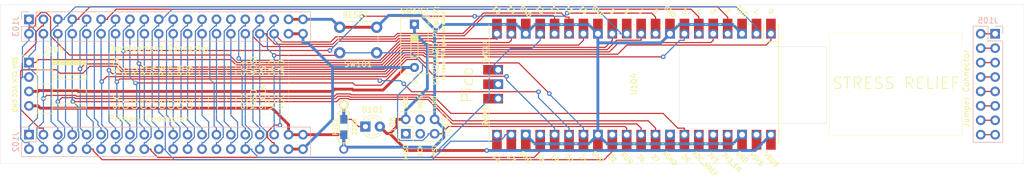
<source format=kicad_pcb>
(kicad_pcb (version 20221018) (generator pcbnew)
  (layers (0 "F.Cu" signal) (31 "B.Cu" signal) (34 "B.Paste" user) (35 "F.Paste" user) (36 "B.SilkS" user "B.Silkscreen") (37 "F.SilkS" user "F.Silkscreen") (38 "B.Mask" user) (39 "F.Mask" user) (44 "Edge.Cuts" user))
  (net 0 "")
  (net 1 "VCC")
  (net 2 "GND")
  (net 3 "Net-(D101-K)")
  (net 4 "VCC_RAW")
  (net 5 "SDA")
  (net 6 "SCL")
  (net 7 "SW_ROW1")
  (net 8 "SW_COL1")
  (net 9 "SW_ROW2")
  (net 10 "SW_COL2")
  (net 11 "SW_COL3")
  (net 12 "SW_COL4")
  (net 13 "SW_ROW5")
  (net 14 "SW_COL5")
  (net 15 "SW_ROW6")
  (net 16 "SW_COL6")
  (net 17 "SW_ROW7")
  (net 18 "SW_COL7")
  (net 19 "SW_ROW8")
  (net 20 "SW_COL8")
  (net 21 "SW_ROW9")
  (net 22 "SW_COL9")
  (net 23 "/DP21")
  (net 24 "/DP22")
  (net 25 "/DP23")
  (net 26 "/DP24")
  (net 27 "/DP25")
  (net 28 "/DP26")
  (net 29 "/DP27")
  (net 30 "/DP28")
  (net 31 "/DP29")
  (net 32 "/DP30")
  (net 33 "SPI_CS1")
  (net 34 "SPI_CS2")
  (net 35 "SPI_MOSI")
  (net 36 "SPI_MISO")
  (net 37 "RST")
  (net 38 "SPI_CLK")
  (net 39 "Net-(J105-Pin_1)")
  (net 40 "Net-(J105-Pin_3)")
  (net 41 "Net-(J105-Pin_5)")
  (net 42 "Net-(J105-Pin_7)")
  (net 43 "Net-(J105-Pin_10)")
  (net 44 "Net-(J105-Pin_11)")
  (net 45 "Net-(J105-Pin_13)")
  (net 46 "Net-(J105-Pin_15)")
  (net 47 "SW_ROW3")
  (net 48 "SW_ROW4")
  (net 58 "/MISO")
  (net 59 "/SCLK")
  (net 60 "/MOSI")
  (footprint "MountingHole:MountingHole_2.7mm" (layer "F.Cu") (at 184.15 201.316)
    (fp_text reference "H104" hide)
    (fp_text value "Stress Relief" hide)
  )
  (footprint "MountingHole:MountingHole_2.7mm" (layer "F.Cu") (at 175.514 201.316)
    (fp_text reference "H102" hide)
    (fp_text value "Stress Relief" hide)
  )
  (footprint "MountingHole:MountingHole_2.7mm" (layer "F.Cu") (at 175.514 189.336)
    (fp_text reference "H101" hide)
    (fp_text value "Stress Relief" hide)
  )
  (footprint "Button_Switch_THT:SW_PUSH_6mm" (layer "F.Cu") (at 92.733 189.793 180)
    (fp_text reference "SW101")
    (fp_text value "RESET")
  )
  (footprint "keebio:Resistor-Hybrid" (layer "F.Cu") (at 86.943 202.863 -90)
    (fp_text reference "R101")
    (fp_text value "220R")
  )
  (footprint "MountingHole:MountingHole_2.7mm" (layer "F.Cu") (at 192.786 189.336)
    (fp_text reference "H105" hide)
    (fp_text value "Stress Relief" hide)
  )
  (footprint "Button_Switch_THT:SW_DIP_SPSTx01_Slide_9.78x4.72mm_W7.62mm_P2.54mm" (layer "F.Cu") (at 99.389 184.749 -90)
    (fp_text reference "SW102")
    (fp_text value "SW_DIP_x01")
  )
  (footprint "LED_THT:LED_D3.0mm" (layer "F.Cu") (at 90.753 202.783)
    (fp_text reference "D101")
    (fp_text value "LED")
  )
  (footprint "MountingHole:MountingHole_2.7mm" (layer "F.Cu") (at 192.786 201.316)
    (fp_text reference "H106" hide)
    (fp_text value "Stress Relief" hide)
  )
  (footprint "MountingHole:MountingHole_2.7mm" (layer "F.Cu") (at 184.15 189.336)
    (fp_text reference "H103" hide)
    (fp_text value "Stress Relief" hide)
  )
  (footprint "Connector_PinHeader_2.54mm:PinHeader_2x03_P2.54mm_Vertical" (layer "F.Cu") (at 97.865 204.053 90)
    (fp_text reference "J106")
    (fp_text value "ICSP")
  )
  (footprint "Connector_PinHeader_2.54mm:PinHeader_1x04_P2.54mm_Horizontal" (layer "F.Cu") (at 31.496 191.516)
    (fp_text reference "J104")
    (fp_text value "I2C DISPLAY")
  )
  (footprint "pico:RPi_Pico_SMD_TH" (layer "F.Cu") (at 138.049 195.326 -90)
    (fp_text reference "U104")
    (fp_text value "Pico")
  )
  (footprint "Connector_PinHeader_2.54mm:PinHeader_2x20_P2.54mm_Vertical" (layer "B.Cu") (at 31.496 183.896 -90)
    (fp_text reference "J103")
    (fp_text value "Development Connector")
  )
  (footprint "Connector_PinHeader_2.54mm:PinHeader_2x08_P2.54mm_Vertical" (layer "B.Cu") (at 201.676 186.436 180)
    (fp_text reference "J105")
    (fp_text value "Jumper Connector")
  )
  (footprint "Connector_PinHeader_2.54mm:PinHeader_2x20_P2.54mm_Vertical" (layer "B.Cu") (at 31.496 204.216 -90)
    (fp_text reference "J102")
    (fp_text value "Primary Connector")
  )
  (gr_rect locked (start 172.466 186.309) (end 195.834 204.343) (stroke (width 0.05)) (fill none) (layer "F.SilkS"))
  (gr_line (start 26.416 209.296) (end 26.416 181.356) (stroke (width 0.05)) (layer "Edge.Cuts"))
  (gr_line (start 26.416 181.356) (end 28.956 181.356) (stroke (width 0.05)) (layer "Edge.Cuts"))
  (gr_line (start 206.756 181.356) (end 206.756 209.296) (stroke (width 0.05)) (layer "Edge.Cuts"))
  (gr_line (start 28.956 181.356) (end 206.756 181.356) (stroke (width 0.05)) (layer "Edge.Cuts"))
  (gr_rect (start 146.05 188.722) (end 171.958 202.184) (stroke (width 0.05)) (fill none) (layer "Edge.Cuts"))
  (gr_line (start 206.756 209.296) (end 26.416 209.296) (stroke (width 0.05)) (layer "Edge.Cuts"))
  (gr_rect (start 165.1 201.168) (end 165.1 201.168) (stroke (width 0.05)) (fill none) (layer "Edge.Cuts"))
  (gr_text locked "STRESS RELIEF" (at 172.886904 196.342) (layer "F.SilkS") (effects (font (size 2 2)) (justify left bottom)))
  (gr_text_box "*SDA\nR1\nR2\nR3\nR4\nR6\nR7\nR8\nR9\n--\n--\n--\n--\n--\nSC1\nMOSI\nRST\nGND\nGND" (start 45.593 194.818) (end 77.216 189.738) (angle 90) (layer "F.SilkS") (effects (font (size 1 1)) (justify left top)) (stroke (width 0.05)))
  (gr_text_box "SLC\nC1\nC2\nC3\nC4\nC6\nC7\nC8\nC9\n--\n--\n--\n--\n--\nSC2\nMISO\nS_CLK\nVCC\nVCC" (start 45.593 200.66) (end 77.216 194.818) (angle 90) (layer "F.SilkS") (effects (font (size 1 1)) (justify left top)) (stroke (width 0.05)))
  (segment (start 79.756 206.756) (end 77.216 206.756) (width 0.5) (layer "F.Cu") (net 1))
  (segment (start 31.496 196.596) (end 33.0961 196.596) (width 0.5) (layer "F.Cu") (net 1))
  (segment (start 88.4283 196.1944) (end 88.5878 196.3539) (width 0.5) (layer "F.Cu") (net 1))
  (segment (start 40.1945 196.5945) (end 84.9592 196.5945) (width 0.5) (layer "F.Cu") (net 1))
  (segment (start 93.854 196.3539) (end 97.8389 192.369) (width 0.5) (layer "F.Cu") (net 1))
  (segment (start 85.3593 196.1944) (end 88.4283 196.1944) (width 0.5) (layer "F.Cu") (net 1))
  (segment (start 88.5878 196.3539) (end 93.854 196.3539) (width 0.5) (layer "F.Cu") (net 1))
  (segment (start 33.0961 196.596) (end 33.2483 196.4438) (width 0.5) (layer "F.Cu") (net 1))
  (segment (start 99.389 192.369) (end 97.8389 192.369) (width 0.5) (layer "F.Cu") (net 1))
  (segment (start 40.0438 196.4438) (end 40.1945 196.5945) (width 0.5) (layer "F.Cu") (net 1))
  (segment (start 33.2483 196.4438) (end 40.0438 196.4438) (width 0.5) (layer "F.Cu") (net 1))
  (segment (start 84.9592 196.5945) (end 85.3593 196.1944) (width 0.5) (layer "F.Cu") (net 1))
  (segment (start 79.756 186.436) (end 77.216 186.436) (width 0.5) (layer "F.Cu") (net 1))
  (segment (start 79.756 206.756) (end 84.968 201.544) (width 0.5) (layer "B.Cu") (net 1))
  (segment (start 79.756 186.436) (end 79.756 188.0361) (width 0.5) (layer "B.Cu") (net 1))
  (segment (start 84.968 192.369) (end 80.6351 188.0361) (width 0.5) (layer "B.Cu") (net 1))
  (segment (start 84.968 192.369) (end 99.389 192.369) (width 0.5) (layer "B.Cu") (net 1))
  (segment (start 84.968 201.544) (end 84.968 192.369) (width 0.5) (layer "B.Cu") (net 1))
  (segment (start 80.6351 188.0361) (end 79.756 188.0361) (width 0.5) (layer "B.Cu") (net 1))
  (segment (start 74.3223 199.5442) (end 33.5043 199.5442) (width 0.5) (layer "F.Cu") (net 2))
  (segment (start 33.5043 199.5442) (end 33.0961 199.136) (width 0.5) (layer "F.Cu") (net 2))
  (segment (start 31.496 199.136) (end 33.0961 199.136) (width 0.5) (layer "F.Cu") (net 2))
  (segment (start 79.756 204.216) (end 81.3561 204.216) (width 0.5) (layer "F.Cu") (net 2))
  (segment (start 77.216 202.6159) (end 77.216 202.4379) (width 0.5) (layer "F.Cu") (net 2))
  (segment (start 86.233 185.293) (end 92.733 185.293) (width 0.5) (layer "F.Cu") (net 2))
  (segment (start 81.3561 204.216) (end 81.3591 204.213) (width 0.5) (layer "F.Cu") (net 2))
  (segment (start 77.216 204.216) (end 79.756 204.216) (width 0.5) (layer "F.Cu") (net 2))
  (segment (start 77.216 202.4379) (end 74.3223 199.5442) (width 0.5) (layer "F.Cu") (net 2))
  (segment (start 86.943 205.363) (end 86.943 204.213) (width 0.5) (layer "F.Cu") (net 2))
  (segment (start 77.216 204.216) (end 77.216 202.6159) (width 0.5) (layer "F.Cu") (net 2))
  (segment (start 81.3591 204.213) (end 86.943 204.213) (width 0.5) (layer "F.Cu") (net 2))
  (segment (start 86.943 206.763) (end 86.943 205.363) (width 0.5) (layer "F.Cu") (net 2))
  (segment (start 79.756 183.896) (end 77.216 183.896) (width 0.5) (layer "F.Cu") (net 2))
  (segment (start 79.756 183.896) (end 84.836 183.896) (width 0.5) (layer "B.Cu") (net 2))
  (segment (start 120.6059 205.8229) (end 118.999 204.216) (width 0.5) (layer "B.Cu") (net 2))
  (segment (start 86.943 206.413) (end 102.8765 206.413) (width 0.5) (layer "B.Cu") (net 2))
  (segment (start 130.0921 205.8229) (end 120.6059 205.8229) (width 0.5) (layer "B.Cu") (net 2))
  (segment (start 131.699 188.0361) (end 131.699 202.6159) (width 0.5) (layer "B.Cu") (net 2))
  (segment (start 104.5678 204.7217) (end 104.5678 203.1358) (width 0.5) (layer "B.Cu") (net 2))
  (segment (start 131.699 186.436) (end 131.699 188.0361) (width 0.5) (layer "B.Cu") (net 2))
  (segment (start 120.6093 184.8257) (end 130.0887 184.8257) (width 0.5) (layer "B.Cu") (net 2))
  (segment (start 155.4819 184.8189) (end 157.099 186.436) (width 0.5) (layer "B.Cu") (net 2))
  (segment (start 86.943 205.363) (end 86.943 204.213) (width 0.5) (layer "B.Cu") (net 2))
  (segment (start 86.943 206.063) (end 86.943 206.413) (width 0.5) (layer "B.Cu") (net 2))
  (segment (start 102.945 186.2076) (end 102.945 199.9129) (width 0.5) (layer "B.Cu") (net 2))
  (segment (start 84.836 183.896) (end 86.233 185.293) (width 0.5) (layer "B.Cu") (net 2))
  (segment (start 131.699 188.0361) (end 142.7989 188.0361) (width 0.5) (layer "B.Cu") (net 2))
  (segment (start 86.943 206.063) (end 86.943 205.363) (width 0.5) (layer "B.Cu") (net 2))
  (segment (start 104.3548 184.7978) (end 103.2287 185.9239) (width 0.5) (layer "B.Cu") (net 2))
  (segment (start 146.0161 184.8189) (end 155.4819 184.8189) (width 0.5) (layer "B.Cu") (net 2))
  (segment (start 130.0887 184.8257) (end 131.699 186.436) (width 0.5) (layer "B.Cu") (net 2))
  (segment (start 157.099 204.216) (end 155.4921 205.8229) (width 0.5) (layer "B.Cu") (net 2))
  (segment (start 86.943 206.413) (end 86.943 206.763) (width 0.5) (layer "B.Cu") (net 2))
  (segment (start 102.945 201.513) (end 102.945 199.9129) (width 0.5) (layer "B.Cu") (net 2))
  (segment (start 144.399 186.436) (end 146.0161 184.8189) (width 0.5) (layer "B.Cu") (net 2))
  (segment (start 117.3608 184.7978) (end 104.3548 184.7978) (width 0.5) (layer "B.Cu") (net 2))
  (segment (start 100.5036 183.1988) (end 94.8272 183.1988) (width 0.5) (layer "B.Cu") (net 2))
  (segment (start 142.7989 188.0361) (end 144.399 186.436) (width 0.5) (layer "B.Cu") (net 2))
  (segment (start 104.5678 203.1358) (end 102.945 201.513) (width 0.5) (layer "B.Cu") (net 2))
  (segment (start 131.699 204.216) (end 130.0921 205.8229) (width 0.5) (layer "B.Cu") (net 2))
  (segment (start 103.2287 185.9239) (end 102.945 186.2076) (width 0.5) (layer "B.Cu") (net 2))
  (segment (start 118.999 186.436) (end 117.3608 184.7978) (width 0.5) (layer "B.Cu") (net 2))
  (segment (start 102.8765 206.413) (end 104.5678 204.7217) (width 0.5) (layer "B.Cu") (net 2))
  (segment (start 155.4921 205.8229) (end 133.3059 205.8229) (width 0.5) (layer "B.Cu") (net 2))
  (segment (start 118.999 186.436) (end 120.6093 184.8257) (width 0.5) (layer "B.Cu") (net 2))
  (segment (start 103.2287 185.9239) (end 100.5036 183.1988) (width 0.5) (layer "B.Cu") (net 2))
  (segment (start 94.8272 183.1988) (end 92.733 185.293) (width 0.5) (layer "B.Cu") (net 2))
  (segment (start 133.3059 205.8229) (end 131.699 204.216) (width 0.5) (layer "B.Cu") (net 2))
  (segment (start 131.699 204.216) (end 131.699 202.6159) (width 0.5) (layer "B.Cu") (net 2))
  (segment (start 86.943 200.938) (end 86.943 201.513) (width 0.2) (layer "F.Cu") (net 3))
  (segment (start 88.2829 201.513) (end 89.5529 202.783) (width 0.2) (layer "F.Cu") (net 3))
  (segment (start 86.943 201.513) (end 88.2829 201.513) (width 0.2) (layer "F.Cu") (net 3))
  (segment (start 86.943 200.363) (end 86.943 198.963) (width 0.2) (layer "F.Cu") (net 3))
  (segment (start 90.753 202.783) (end 89.5529 202.783) (width 0.2) (layer "F.Cu") (net 3))
  (segment (start 86.943 200.938) (end 86.943 200.363) (width 0.2) (layer "F.Cu") (net 3))
  (segment (start 86.943 200.363) (end 86.943 201.513) (width 0.2) (layer "B.Cu") (net 3))
  (segment (start 86.943 200.363) (end 86.943 198.963) (width 0.2) (layer "B.Cu") (net 3))
  (segment (start 95.0573 204.0271) (end 96.2649 202.8195) (width 0.5) (layer "F.Cu") (net 4))
  (segment (start 96.2649 202.8195) (end 96.2649 201.513) (width 0.5) (layer "F.Cu") (net 4))
  (segment (start 94.5371 204.0271) (end 95.0573 204.0271) (width 0.5) (layer "F.Cu") (net 4))
  (segment (start 93.293 202.783) (end 94.5371 204.0271) (width 0.5) (layer "F.Cu") (net 4))
  (segment (start 95.0573 204.0271) (end 98.0295 206.9993) (width 0.5) (layer "F.Cu") (net 4))
  (segment (start 97.865 201.513) (end 96.2649 201.513) (width 0.5) (layer "F.Cu") (net 4))
  (segment (start 98.0295 206.9993) (end 112.1164 206.9993) (width 0.5) (layer "F.Cu") (net 4))
  (via (at 112.1164 206.9993) (size 0.8) (drill 0.4) (layers "F.Cu" "B.Cu") (net 4))
  (segment (start 159.3957 206.9993) (end 112.1164 206.9993) (width 0.5) (layer "B.Cu") (net 4))
  (segment (start 162.179 204.216) (end 159.3957 206.9993) (width 0.5) (layer "B.Cu") (net 4))
  (segment (start 97.865 201.513) (end 97.865 199.9129) (width 0.5) (layer "B.Cu") (net 4))
  (segment (start 101.6738 196.1041) (end 101.6738 188.5839) (width 0.5) (layer "B.Cu") (net 4))
  (segment (start 99.389 184.749) (end 99.389 186.2991) (width 0.5) (layer "B.Cu") (net 4))
  (segment (start 97.865 199.9129) (end 101.6738 196.1041) (width 0.5) (layer "B.Cu") (net 4))
  (segment (start 101.6738 188.5839) (end 99.389 186.2991) (width 0.5) (layer "B.Cu") (net 4))
  (segment (start 134.239 186.436) (end 134.239 187.5861) (width 0.2) (layer "F.Cu") (net 5))
  (segment (start 32.6461 191.516) (end 33.175 190.9871) (width 0.2) (layer "F.Cu") (net 5))
  (segment (start 97.0443 188.5665) (end 101.5657 188.5665) (width 0.2) (layer "F.Cu") (net 5))
  (segment (start 67.955 191.916) (end 93.6948 191.916) (width 0.2) (layer "F.Cu") (net 5))
  (segment (start 33.175 190.9871) (end 67.0261 190.9871) (width 0.2) (layer "F.Cu") (net 5))
  (segment (start 31.496 191.516) (end 32.6461 191.516) (width 0.2) (layer "F.Cu") (net 5))
  (segment (start 132.9847 188.8404) (end 134.239 187.5861) (width 0.2) (layer "F.Cu") (net 5))
  (segment (start 93.6948 191.916) (end 97.0443 188.5665) (width 0.2) (layer "F.Cu") (net 5))
  (segment (start 101.8396 188.8404) (end 132.9847 188.8404) (width 0.2) (layer "F.Cu") (net 5))
  (segment (start 67.0261 190.9871) (end 67.955 191.916) (width 0.2) (layer "F.Cu") (net 5))
  (segment (start 101.5657 188.5665) (end 101.8396 188.8404) (width 0.2) (layer "F.Cu") (net 5))
  (segment (start 32.9851 193.8677) (end 31.7835 192.6661) (width 0.2) (layer "B.Cu") (net 5))
  (segment (start 31.496 204.216) (end 31.496 202.7687) (width 0.2) (layer "B.Cu") (net 5))
  (segment (start 31.496 202.7687) (end 32.9851 201.2796) (width 0.2) (layer "B.Cu") (net 5))
  (segment (start 31.496 191.516) (end 31.496 192.6661) (width 0.2) (layer "B.Cu") (net 5))
  (segment (start 32.6461 189.2158) (end 31.496 190.3659) (width 0.2) (layer "B.Cu") (net 5))
  (segment (start 31.7835 185.0461) (end 32.6461 185.9087) (width 0.2) (layer "B.Cu") (net 5))
  (segment (start 31.496 191.516) (end 31.496 190.3659) (width 0.2) (layer "B.Cu") (net 5))
  (segment (start 32.9851 201.2796) (end 32.9851 193.8677) (width 0.2) (layer "B.Cu") (net 5))
  (segment (start 32.6461 185.9087) (end 32.6461 189.2158) (width 0.2) (layer "B.Cu") (net 5))
  (segment (start 31.7835 192.6661) (end 31.496 192.6661) (width 0.2) (layer "B.Cu") (net 5))
  (segment (start 31.496 185.0461) (end 31.7835 185.0461) (width 0.2) (layer "B.Cu") (net 5))
  (segment (start 31.496 183.896) (end 31.496 185.0461) (width 0.2) (layer "B.Cu") (net 5))
  (segment (start 33.571 182.718) (end 34.5083 182.718) (width 0.2) (layer "F.Cu") (net 6))
  (segment (start 34.5083 182.718) (end 35.306 183.5157) (width 0.2) (layer "F.Cu") (net 6))
  (segment (start 31.496 185.2859) (end 32.2867 185.2859) (width 0.2) (layer "F.Cu") (net 6))
  (segment (start 129.159 186.436) (end 129.159 187.5861) (width 0.2) (layer "F.Cu") (net 6))
  (segment (start 38.6485 190.1878) (end 66.8269 190.1878) (width 0.2) (layer "F.Cu") (net 6))
  (segment (start 128.3048 188.4403) (end 129.159 187.5861) (width 0.2) (layer "F.Cu") (net 6))
  (segment (start 93.5291 191.5159) (end 96.8786 188.1664) (width 0.2) (layer "F.Cu") (net 6))
  (segment (start 32.6461 184.9265) (end 32.6461 183.6429) (width 0.2) (layer "F.Cu") (net 6))
  (segment (start 31.496 186.436) (end 31.496 185.2859) (width 0.2) (layer "F.Cu") (net 6))
  (segment (start 32.2867 185.2859) (end 32.6461 184.9265) (width 0.2) (layer "F.Cu") (net 6))
  (segment (start 66.8269 190.1878) (end 68.155 191.5159) (width 0.2) (layer "F.Cu") (net 6))
  (segment (start 101.7314 188.1664) (end 102.0053 188.4403) (width 0.2) (layer "F.Cu") (net 6))
  (segment (start 96.8786 188.1664) (end 101.7314 188.1664) (width 0.2) (layer "F.Cu") (net 6))
  (segment (start 35.306 183.5157) (end 35.306 186.8453) (width 0.2) (layer "F.Cu") (net 6))
  (segment (start 68.155 191.5159) (end 93.5291 191.5159) (width 0.2) (layer "F.Cu") (net 6))
  (segment (start 32.6461 183.6429) (end 33.571 182.718) (width 0.2) (layer "F.Cu") (net 6))
  (segment (start 102.0053 188.4403) (end 128.3048 188.4403) (width 0.2) (layer "F.Cu") (net 6))
  (segment (start 35.306 186.8453) (end 38.6485 190.1878) (width 0.2) (layer "F.Cu") (net 6))
  (segment (start 31.496 186.436) (end 31.496 187.5861) (width 0.2) (layer "B.Cu") (net 6))
  (segment (start 31.496 206.756) (end 31.496 205.6059) (width 0.2) (layer "B.Cu") (net 6))
  (segment (start 30.3459 188.7362) (end 31.496 187.5861) (width 0.2) (layer "B.Cu") (net 6))
  (segment (start 30.0391 204.9397) (end 30.0391 194.3628) (width 0.2) (layer "B.Cu") (net 6))
  (segment (start 30.0391 194.3628) (end 30.3459 194.056) (width 0.2) (layer "B.Cu") (net 6))
  (segment (start 30.7053 205.6059) (end 30.0391 204.9397) (width 0.2) (layer "B.Cu") (net 6))
  (segment (start 31.496 194.056) (end 30.3459 194.056) (width 0.2) (layer "B.Cu") (net 6))
  (segment (start 30.3459 194.056) (end 30.3459 188.7362) (width 0.2) (layer "B.Cu") (net 6))
  (segment (start 31.496 205.6059) (end 30.7053 205.6059) (width 0.2) (layer "B.Cu") (net 6))
  (segment (start 40.9816 193.3877) (end 42.2088 192.1605) (width 0.2) (layer "F.Cu") (net 7))
  (segment (start 101.0686 189.7668) (end 101.3425 190.0407) (width 0.2) (layer "F.Cu") (net 7))
  (segment (start 32.766 186.0778) (end 33.7977 185.0461) (width 0.2) (layer "F.Cu") (net 7))
  (segment (start 30.2836 192.786) (end 30.2836 190.563) (width 0.2) (layer "F.Cu") (net 7))
  (segment (start 36.9602 193.3877) (end 40.9816 193.3877) (width 0.2) (layer "F.Cu") (net 7))
  (segment (start 30.0268 193.0428) (end 30.2836 192.786) (width 0.2) (layer "F.Cu") (net 7))
  (segment (start 42.2088 192.1605) (end 46.8329 192.1605) (width 0.2) (layer "F.Cu") (net 7))
  (segment (start 162.179 186.436) (end 162.179 187.5861) (width 0.2) (layer "F.Cu") (net 7))
  (segment (start 47.7887 193.1163) (end 94.1919 193.1163) (width 0.2) (layer "F.Cu") (net 7))
  (segment (start 34.036 183.896) (end 34.036 185.0461) (width 0.2) (layer "F.Cu") (net 7))
  (segment (start 36.3585 192.786) (end 36.9602 193.3877) (width 0.2) (layer "F.Cu") (net 7))
  (segment (start 161.3433 188.4218) (end 162.179 187.5861) (width 0.2) (layer "F.Cu") (net 7))
  (segment (start 34.036 203.0659) (end 33.3172 203.0659) (width 0.2) (layer "F.Cu") (net 7))
  (segment (start 94.1919 193.1163) (end 97.5414 189.7668) (width 0.2) (layer "F.Cu") (net 7))
  (segment (start 30.0268 199.7755) (end 30.0268 193.0428) (width 0.2) (layer "F.Cu") (net 7))
  (segment (start 33.3172 203.0659) (end 30.0268 199.7755) (width 0.2) (layer "F.Cu") (net 7))
  (segment (start 32.766 188.0806) (end 32.766 186.0778) (width 0.2) (layer "F.Cu") (net 7))
  (segment (start 30.2836 192.786) (end 36.3585 192.786) (width 0.2) (layer "F.Cu") (net 7))
  (segment (start 135.2009 190.0407) (end 136.8198 188.4218) (width 0.2) (layer "F.Cu") (net 7))
  (segment (start 46.8329 192.1605) (end 47.7887 193.1163) (width 0.2) (layer "F.Cu") (net 7))
  (segment (start 97.5414 189.7668) (end 101.0686 189.7668) (width 0.2) (layer "F.Cu") (net 7))
  (segment (start 34.036 204.216) (end 34.036 203.0659) (width 0.2) (layer "F.Cu") (net 7))
  (segment (start 33.7977 185.0461) (end 34.036 185.0461) (width 0.2) (layer "F.Cu") (net 7))
  (segment (start 30.2836 190.563) (end 32.766 188.0806) (width 0.2) (layer "F.Cu") (net 7))
  (segment (start 101.3425 190.0407) (end 135.2009 190.0407) (width 0.2) (layer "F.Cu") (net 7))
  (segment (start 136.8198 188.4218) (end 161.3433 188.4218) (width 0.2) (layer "F.Cu") (net 7))
  (segment (start 34.5868 197.2939) (end 39.6917 197.2939) (width 0.2) (layer "F.Cu") (net 8))
  (segment (start 39.6917 197.2939) (end 39.8424 197.4446) (width 0.2) (layer "F.Cu") (net 8))
  (segment (start 85.7114 197.0445) (end 88.0762 197.0445) (width 0.2) (layer "F.Cu") (net 8))
  (segment (start 102.5517 197.204) (end 105.8179 200.4702) (width 0.2) (layer "F.Cu") (net 8))
  (segment (start 85.3113 197.4446) (end 85.7114 197.0445) (width 0.2) (layer "F.Cu") (net 8))
  (segment (start 105.8179 200.4702) (end 143.1932 200.4702) (width 0.2) (layer "F.Cu") (net 8))
  (segment (start 146.939 204.216) (end 146.939 203.0659) (width 0.2) (layer "F.Cu") (net 8))
  (segment (start 143.1932 200.4702) (end 145.7889 203.0659) (width 0.2) (layer "F.Cu") (net 8))
  (segment (start 145.7889 203.0659) (end 146.939 203.0659) (width 0.2) (layer "F.Cu") (net 8))
  (segment (start 88.0762 197.0445) (end 88.2357 197.204) (width 0.2) (layer "F.Cu") (net 8))
  (segment (start 34.036 197.8447) (end 34.5868 197.2939) (width 0.2) (layer "F.Cu") (net 8))
  (segment (start 39.8424 197.4446) (end 85.3113 197.4446) (width 0.2) (layer "F.Cu") (net 8))
  (segment (start 88.2357 197.204) (end 102.5517 197.204) (width 0.2) (layer "F.Cu") (net 8))
  (via (at 34.036 197.8447) (size 0.8) (drill 0.4) (layers "F.Cu" "B.Cu") (net 8))
  (segment (start 34.036 206.756) (end 34.036 205.6059) (width 0.2) (layer "B.Cu") (net 8))
  (segment (start 34.036 205.6059) (end 33.7485 205.6059) (width 0.2) (layer "B.Cu") (net 8))
  (segment (start 32.8712 203.1408) (end 34.036 201.976) (width 0.2) (layer "B.Cu") (net 8))
  (segment (start 34.036 197.8447) (end 34.036 186.436) (width 0.2) (layer "B.Cu") (net 8))
  (segment (start 32.8712 204.7286) (end 32.8712 203.1408) (width 0.2) (layer "B.Cu") (net 8))
  (segment (start 33.7485 205.6059) (end 32.8712 204.7286) (width 0.2) (layer "B.Cu") (net 8))
  (segment (start 34.036 201.976) (end 34.036 197.8447) (width 0.2) (layer "B.Cu") (net 8))
  (segment (start 35.3854 185.9984) (end 36.3377 185.0461) (width 0.2) (layer "B.Cu") (net 9))
  (segment (start 35.3854 201.8753) (end 35.3854 185.9984) (width 0.2) (layer "B.Cu") (net 9))
  (segment (start 159.639 186.436) (end 159.639 185.2859) (width 0.2) (layer "B.Cu") (net 9))
  (segment (start 39.6822 181.7016) (end 37.7261 183.6577) (width 0.2) (layer "B.Cu") (net 9))
  (segment (start 156.0547 181.7016) (end 39.6822 181.7016) (width 0.2) (layer "B.Cu") (net 9))
  (segment (start 36.576 203.0659) (end 35.3854 201.8753) (width 0.2) (layer "B.Cu") (net 9))
  (segment (start 36.576 183.896) (end 37.7261 183.896) (width 0.2) (layer "B.Cu") (net 9))
  (segment (start 36.576 204.216) (end 36.576 203.0659) (width 0.2) (layer "B.Cu") (net 9))
  (segment (start 37.7261 183.6577) (end 37.7261 183.896) (width 0.2) (layer "B.Cu") (net 9))
  (segment (start 36.576 183.896) (end 36.576 185.0461) (width 0.2) (layer "B.Cu") (net 9))
  (segment (start 159.639 185.2859) (end 156.0547 181.7016) (width 0.2) (layer "B.Cu") (net 9))
  (segment (start 36.3377 185.0461) (end 36.576 185.0461) (width 0.2) (layer "B.Cu") (net 9))
  (segment (start 37.2824 197.694) (end 39.526 197.694) (width 0.2) (layer "F.Cu") (net 10))
  (segment (start 141.859 204.216) (end 141.859 203.0659) (width 0.2) (layer "F.Cu") (net 10))
  (segment (start 36.5823 198.3941) (end 37.2824 197.694) (width 0.2) (layer "F.Cu") (net 10))
  (segment (start 39.526 197.694) (end 39.6767 197.8447) (width 0.2) (layer "F.Cu") (net 10))
  (segment (start 106.1006 201.768) (end 140.5611 201.768) (width 0.2) (layer "F.Cu") (net 10))
  (segment (start 140.5611 201.768) (end 141.859 203.0659) (width 0.2) (layer "F.Cu") (net 10))
  (segment (start 85.477 197.8447) (end 85.8771 197.4446) (width 0.2) (layer "F.Cu") (net 10))
  (segment (start 39.6767 197.8447) (end 85.477 197.8447) (width 0.2) (layer "F.Cu") (net 10))
  (segment (start 101.9367 197.6041) (end 106.1006 201.768) (width 0.2) (layer "F.Cu") (net 10))
  (segment (start 87.9105 197.4446) (end 88.07 197.6041) (width 0.2) (layer "F.Cu") (net 10))
  (segment (start 85.8771 197.4446) (end 87.9105 197.4446) (width 0.2) (layer "F.Cu") (net 10))
  (segment (start 88.07 197.6041) (end 101.9367 197.6041) (width 0.2) (layer "F.Cu") (net 10))
  (via (at 36.5823 198.3941) (size 0.8) (drill 0.4) (layers "F.Cu" "B.Cu") (net 10))
  (segment (start 36.5823 198.3941) (end 36.5823 201.6467) (width 0.2) (layer "B.Cu") (net 10))
  (segment (start 36.576 186.436) (end 36.576 198.3878) (width 0.2) (layer "B.Cu") (net 10))
  (segment (start 37.7666 202.831) (end 37.7666 204.6536) (width 0.2) (layer "B.Cu") (net 10))
  (segment (start 36.576 198.3878) (end 36.5823 198.3941) (width 0.2) (layer "B.Cu") (net 10))
  (segment (start 36.8143 205.6059) (end 36.576 205.6059) (width 0.2) (layer "B.Cu") (net 10))
  (segment (start 36.5823 201.6467) (end 37.7666 202.831) (width 0.2) (layer "B.Cu") (net 10))
  (segment (start 37.7666 204.6536) (end 36.8143 205.6059) (width 0.2) (layer "B.Cu") (net 10))
  (segment (start 36.576 206.756) (end 36.576 205.6059) (width 0.2) (layer "B.Cu") (net 10))
  (segment (start 85.6936 198.3941) (end 86.243 197.8447) (width 0.2) (layer "F.Cu") (net 11))
  (segment (start 87.9043 198.0042) (end 101.7709 198.0042) (width 0.2) (layer "F.Cu") (net 11))
  (segment (start 139.319 204.216) (end 139.319 203.0659) (width 0.2) (layer "F.Cu") (net 11))
  (segment (start 86.243 197.8447) (end 87.7448 197.8447) (width 0.2) (layer "F.Cu") (net 11))
  (segment (start 39.236 198.3941) (end 85.6936 198.3941) (width 0.2) (layer "F.Cu") (net 11))
  (segment (start 87.7448 197.8447) (end 87.9043 198.0042) (width 0.2) (layer "F.Cu") (net 11))
  (segment (start 138.5758 202.3227) (end 139.319 203.0659) (width 0.2) (layer "F.Cu") (net 11))
  (segment (start 101.7709 198.0042) (end 106.0894 202.3227) (width 0.2) (layer "F.Cu") (net 11))
  (segment (start 106.0894 202.3227) (end 138.5758 202.3227) (width 0.2) (layer "F.Cu") (net 11))
  (via (at 39.236 198.3941) (size 0.8) (drill 0.4) (layers "F.Cu" "B.Cu") (net 11))
  (segment (start 39.116 198.2741) (end 39.236 198.3941) (width 0.2) (layer "B.Cu") (net 11))
  (segment (start 39.116 205.6059) (end 39.116 206.756) (width 0.2) (layer "B.Cu") (net 11))
  (segment (start 40.132 203.605654) (end 40.266 203.739654) (width 0.2) (layer "B.Cu") (net 11))
  (segment (start 39.4035 205.6059) (end 39.116 205.6059) (width 0.2) (layer "B.Cu") (net 11))
  (segment (start 40.132 199.2901) (end 40.132 203.605654) (width 0.2) (layer "B.Cu") (net 11))
  (segment (start 39.116 186.436) (end 39.116 187.5861) (width 0.2) (layer "B.Cu") (net 11))
  (segment (start 40.266 203.739654) (end 40.266 204.7434) (width 0.2) (layer "B.Cu") (net 11))
  (segment (start 40.266 204.7434) (end 39.4035 205.6059) (width 0.2) (layer "B.Cu") (net 11))
  (segment (start 39.236 198.3941) (end 40.132 199.2901) (width 0.2) (layer "B.Cu") (net 11))
  (segment (start 39.116 187.5861) (end 39.116 198.2741) (width 0.2) (layer "B.Cu") (net 11))
  (segment (start 42.8061 206.756) (end 42.8061 207.0435) (width 0.2) (layer "F.Cu") (net 12))
  (segment (start 132.7841 208.621) (end 134.239 207.1661) (width 0.2) (layer "F.Cu") (net 12))
  (segment (start 41.656 206.756) (end 42.8061 206.756) (width 0.2) (layer "F.Cu") (net 12))
  (segment (start 44.3836 208.621) (end 132.7841 208.621) (width 0.2) (layer "F.Cu") (net 12))
  (segment (start 134.239 204.216) (end 134.239 207.1661) (width 0.2) (layer "F.Cu") (net 12))
  (segment (start 42.8061 207.0435) (end 44.3836 208.621) (width 0.2) (layer "F.Cu") (net 12))
  (segment (start 42.811 204.7384) (end 42.811 201.9637) (width 0.2) (layer "B.Cu") (net 12))
  (segment (start 41.9435 205.6059) (end 42.811 204.7384) (width 0.2) (layer "B.Cu") (net 12))
  (segment (start 41.656 200.8087) (end 41.656 186.436) (width 0.2) (layer "B.Cu") (net 12))
  (segment (start 42.811 201.9637) (end 41.656 200.8087) (width 0.2) (layer "B.Cu") (net 12))
  (segment (start 41.656 205.6059) (end 41.9435 205.6059) (width 0.2) (layer "B.Cu") (net 12))
  (segment (start 41.656 206.756) (end 41.656 205.6059) (width 0.2) (layer "B.Cu") (net 12))
  (segment (start 46.9008 182.103) (end 45.3461 183.6577) (width 0.2) (layer "F.Cu") (net 13))
  (segment (start 44.196 183.896) (end 45.3461 183.896) (width 0.2) (layer "F.Cu") (net 13))
  (segment (start 149.479 183.4859) (end 148.0961 182.103) (width 0.2) (layer "F.Cu") (net 13))
  (segment (start 45.3461 183.6577) (end 45.3461 183.896) (width 0.2) (layer "F.Cu") (net 13))
  (segment (start 149.479 186.436) (end 149.479 183.4859) (width 0.2) (layer "F.Cu") (net 13))
  (segment (start 148.0961 182.103) (end 46.9008 182.103) (width 0.2) (layer "F.Cu") (net 13))
  (segment (start 43.011 185.9928) (end 43.9577 185.0461) (width 0.2) (layer "B.Cu") (net 13))
  (segment (start 43.011 201.3152) (end 43.011 185.9928) (width 0.2) (layer "B.Cu") (net 13))
  (segment (start 43.6459 201.9501) (end 43.011 201.3152) (width 0.2) (layer "B.Cu") (net 13))
  (segment (start 43.9577 185.0461) (end 44.196 185.0461) (width 0.2) (layer "B.Cu") (net 13))
  (segment (start 44.196 204.216) (end 44.196 203.0659) (width 0.2) (layer "B.Cu") (net 13))
  (segment (start 44.196 183.896) (end 44.196 185.0461) (width 0.2) (layer "B.Cu") (net 13))
  (segment (start 43.6459 202.5158) (end 43.6459 201.9501) (width 0.2) (layer "B.Cu") (net 13))
  (segment (start 44.196 203.0659) (end 43.6459 202.5158) (width 0.2) (layer "B.Cu") (net 13))
  (segment (start 45.1707 193.9972) (end 94.4426 193.9972) (width 0.2) (layer "F.Cu") (net 14))
  (segment (start 97.8711 190.5687) (end 100.1731 190.5687) (width 0.2) (layer "F.Cu") (net 14))
  (segment (start 44.3063 194.8616) (end 45.1707 193.9972) (width 0.2) (layer "F.Cu") (net 14))
  (segment (start 101.1793 191.5749) (end 117.7536 191.5749) (width 0.2) (layer "F.Cu") (net 14))
  (segment (start 117.7536 191.5749) (end 123.1516 196.9729) (width 0.2) (layer "F.Cu") (net 14))
  (segment (start 100.1731 190.5687) (end 101.1793 191.5749) (width 0.2) (layer "F.Cu") (net 14))
  (segment (start 94.4426 193.9972) (end 97.8711 190.5687) (width 0.2) (layer "F.Cu") (net 14))
  (via (at 123.1516 196.9729) (size 0.8) (drill 0.4) (layers "F.Cu" "B.Cu") (net 14))
  (via (at 44.3063 194.8616) (size 0.8) (drill 0.4) (layers "F.Cu" "B.Cu") (net 14))
  (segment (start 44.3063 194.8616) (end 44.196 194.7513) (width 0.2) (layer "B.Cu") (net 14))
  (segment (start 44.3063 202.4511) (end 44.3063 194.8616) (width 0.2) (layer "B.Cu") (net 14))
  (segment (start 44.196 206.756) (end 44.196 205.6059) (width 0.2) (layer "B.Cu") (net 14))
  (segment (start 45.3462 203.491) (end 44.3063 202.4511) (width 0.2) (layer "B.Cu") (net 14))
  (segment (start 44.196 194.7513) (end 44.196 186.436) (width 0.2) (layer "B.Cu") (net 14))
  (segment (start 129.159 204.216) (end 129.159 203.0659) (width 0.2) (layer "B.Cu") (net 14))
  (segment (start 45.3462 204.7432) (end 45.3462 203.491) (width 0.2) (layer "B.Cu") (net 14))
  (segment (start 123.1516 197.0585) (end 129.159 203.0659) (width 0.2) (layer "B.Cu") (net 14))
  (segment (start 44.4835 205.6059) (end 45.3462 204.7432) (width 0.2) (layer "B.Cu") (net 14))
  (segment (start 44.196 205.6059) (end 44.4835 205.6059) (width 0.2) (layer "B.Cu") (net 14))
  (segment (start 123.1516 196.9729) (end 123.1516 197.0585) (width 0.2) (layer "B.Cu") (net 14))
  (segment (start 94.3576 193.5164) (end 97.7071 190.1669) (width 0.2) (layer "F.Cu") (net 15))
  (segment (start 100.9029 190.1669) (end 101.2418 190.5058) (width 0.2) (layer "F.Cu") (net 15))
  (segment (start 46.226 193.5164) (end 94.3576 193.5164) (width 0.2) (layer "F.Cu") (net 15))
  (segment (start 45.5819 192.8723) (end 46.226 193.5164) (width 0.2) (layer "F.Cu") (net 15))
  (segment (start 97.7071 190.1669) (end 100.9029 190.1669) (width 0.2) (layer "F.Cu") (net 15))
  (segment (start 101.2418 190.5058) (end 143.2058 190.5058) (width 0.2) (layer "F.Cu") (net 15))
  (via (at 143.2058 190.5058) (size 0.8) (drill 0.4) (layers "F.Cu" "B.Cu") (net 15))
  (via (at 45.5819 192.8723) (size 0.8) (drill 0.4) (layers "F.Cu" "B.Cu") (net 15))
  (segment (start 45.5819 192.8723) (end 45.5819 201.9118) (width 0.2) (layer "B.Cu") (net 15))
  (segment (start 46.736 183.896) (end 46.736 185.0461) (width 0.2) (layer "B.Cu") (net 15))
  (segment (start 46.4485 185.0461) (end 45.5819 185.9127) (width 0.2) (layer "B.Cu") (net 15))
  (segment (start 45.5819 201.9118) (end 46.736 203.0659) (width 0.2) (layer "B.Cu") (net 15))
  (segment (start 46.736 204.216) (end 46.736 203.0659) (width 0.2) (layer "B.Cu") (net 15))
  (segment (start 45.5819 185.9127) (end 45.5819 192.8723) (width 0.2) (layer "B.Cu") (net 15))
  (segment (start 46.736 185.0461) (end 46.4485 185.0461) (width 0.2) (layer "B.Cu") (net 15))
  (segment (start 146.939 186.436) (end 146.939 187.5861) (width 0.2) (layer "B.Cu") (net 15))
  (segment (start 146.1255 187.5861) (end 143.2058 190.5058) (width 0.2) (layer "B.Cu") (net 15))
  (segment (start 146.939 187.5861) (end 146.1255 187.5861) (width 0.2) (layer "B.Cu") (net 15))
  (segment (start 121.2436 196.6443) (end 98.8979 196.6443) (width 0.2) (layer "F.Cu") (net 16))
  (segment (start 93.0015 194.3973) (end 93.3063 194.7021) (width 0.2) (layer "F.Cu") (net 16))
  (segment (start 46.9708 194.9069) (end 47.4804 194.3973) (width 0.2) (layer "F.Cu") (net 16))
  (segment (start 98.8979 196.6443) (end 97.4976 195.244) (width 0.2) (layer "F.Cu") (net 16))
  (segment (start 47.4804 194.3973) (end 93.0015 194.3973) (width 0.2) (layer "F.Cu") (net 16))
  (via (at 93.3063 194.7021) (size 0.8) (drill 0.4) (layers "F.Cu" "B.Cu") (net 16))
  (via (at 97.4976 195.244) (size 0.8) (drill 0.4) (layers "F.Cu" "B.Cu") (net 16))
  (via (at 121.2436 196.6443) (size 0.8) (drill 0.4) (layers "F.Cu" "B.Cu") (net 16))
  (via (at 46.9708 194.9069) (size 0.8) (drill 0.4) (layers "F.Cu" "B.Cu") (net 16))
  (segment (start 47.9016 204.7278) (end 47.9016 201.9743) (width 0.2) (layer "B.Cu") (net 16))
  (segment (start 96.9557 194.7021) (end 93.3063 194.7021) (width 0.2) (layer "B.Cu") (net 16))
  (segment (start 46.736 205.6059) (end 47.0235 205.6059) (width 0.2) (layer "B.Cu") (net 16))
  (segment (start 126.619 203.0659) (end 121.2436 197.6905) (width 0.2) (layer "B.Cu") (net 16))
  (segment (start 46.736 206.756) (end 46.736 205.6059) (width 0.2) (layer "B.Cu") (net 16))
  (segment (start 46.736 194.6721) (end 46.736 186.436) (width 0.2) (layer "B.Cu") (net 16))
  (segment (start 97.4976 195.244) (end 96.9557 194.7021) (width 0.2) (layer "B.Cu") (net 16))
  (segment (start 46.9708 201.0435) (end 46.9708 194.9069) (width 0.2) (layer "B.Cu") (net 16))
  (segment (start 47.0235 205.6059) (end 47.9016 204.7278) (width 0.2) (layer "B.Cu") (net 16))
  (segment (start 46.9708 194.9069) (end 46.736 194.6721) (width 0.2) (layer "B.Cu") (net 16))
  (segment (start 47.9016 201.9743) (end 46.9708 201.0435) (width 0.2) (layer "B.Cu") (net 16))
  (segment (start 121.2436 197.6905) (end 121.2436 196.6443) (width 0.2) (layer "B.Cu") (net 16))
  (segment (start 126.619 204.216) (end 126.619 203.0659) (width 0.2) (layer "B.Cu") (net 16))
  (segment (start 90.1014 183.3488) (end 109.9929 183.3488) (width 0.2) (layer "F.Cu") (net 17))
  (segment (start 84.4936 189.3888) (end 48.1873 189.3888) (width 0.2) (layer "F.Cu") (net 17))
  (segment (start 141.1762 182.8031) (end 141.859 183.4859) (width 0.2) (layer "F.Cu") (net 17))
  (segment (start 141.859 186.436) (end 141.859 183.4859) (width 0.2) (layer "F.Cu") (net 17))
  (segment (start 126.2896 182.8031) (end 141.1762 182.8031) (width 0.2) (layer "F.Cu") (net 17))
  (segment (start 48.1873 189.3888) (end 48.1016 189.4745) (width 0.2) (layer "F.Cu") (net 17))
  (via (at 109.9929 183.3488) (size 0.8) (drill 0.4) (layers "F.Cu" "B.Cu") (net 17))
  (via (at 84.4936 189.3888) (size 0.8) (drill 0.4) (layers "F.Cu" "B.Cu") (net 17))
  (via (at 126.2896 182.8031) (size 0.8) (drill 0.4) (layers "F.Cu" "B.Cu") (net 17))
  (via (at 90.1014 183.3488) (size 0.8) (drill 0.4) (layers "F.Cu" "B.Cu") (net 17))
  (via (at 48.1016 189.4745) (size 0.8) (drill 0.4) (layers "F.Cu" "B.Cu") (net 17))
  (segment (start 49.276 183.896) (end 49.276 185.0461) (width 0.2) (layer "B.Cu") (net 17))
  (segment (start 48.1016 185.933) (end 48.9885 185.0461) (width 0.2) (layer "B.Cu") (net 17))
  (segment (start 48.9885 185.0461) (end 49.276 185.0461) (width 0.2) (layer "B.Cu") (net 17))
  (segment (start 125.7439 183.3488) (end 109.9929 183.3488) (width 0.2) (layer "B.Cu") (net 17))
  (segment (start 90.1014 183.3488) (end 90.1014 183.781) (width 0.2) (layer "B.Cu") (net 17))
  (segment (start 49.276 204.216) (end 49.276 203.0659) (width 0.2) (layer "B.Cu") (net 17))
  (segment (start 126.2896 182.8031) (end 125.7439 183.3488) (width 0.2) (layer "B.Cu") (net 17))
  (segment (start 90.1014 183.781) (end 84.4936 189.3888) (width 0.2) (layer "B.Cu") (net 17))
  (segment (start 48.1016 189.4745) (end 48.1016 185.933) (width 0.2) (layer "B.Cu") (net 17))
  (segment (start 48.1016 201.3258) (end 48.1016 189.4745) (width 0.2) (layer "B.Cu") (net 17))
  (segment (start 49.276 203.0659) (end 49.276 202.5002) (width 0.2) (layer "B.Cu") (net 17))
  (segment (start 49.276 202.5002) (end 48.1016 201.3258) (width 0.2) (layer "B.Cu") (net 17))
  (segment (start 88.9399 195.5038) (end 93.5018 195.5038) (width 0.2) (layer "F.Cu") (net 18))
  (segment (start 102.9559 193.9362) (end 115.6074 193.9362) (width 0.2) (layer "F.Cu") (net 18))
  (segment (start 93.5018 195.5038) (end 98.0368 190.9688) (width 0.2) (layer "F.Cu") (net 18))
  (segment (start 98.0368 190.9688) (end 99.9885 190.9688) (width 0.2) (layer "F.Cu") (net 18))
  (segment (start 50.2776 195.0975) (end 88.5336 195.0975) (width 0.2) (layer "F.Cu") (net 18))
  (segment (start 99.9885 190.9688) (end 102.9559 193.9362) (width 0.2) (layer "F.Cu") (net 18))
  (segment (start 88.5336 195.0975) (end 88.9399 195.5038) (width 0.2) (layer "F.Cu") (net 18))
  (via (at 115.6074 193.9362) (size 0.8) (drill 0.4) (layers "F.Cu" "B.Cu") (net 18))
  (via (at 50.2776 195.0975) (size 0.8) (drill 0.4) (layers "F.Cu" "B.Cu") (net 18))
  (segment (start 50.4666 204.6536) (end 49.5143 205.6059) (width 0.2) (layer "B.Cu") (net 18))
  (segment (start 49.5143 205.6059) (end 49.276 205.6059) (width 0.2) (layer "B.Cu") (net 18))
  (segment (start 50.4666 195.2865) (end 50.4666 204.6536) (width 0.2) (layer "B.Cu") (net 18))
  (segment (start 49.276 194.0959) (end 50.2776 195.0975) (width 0.2) (layer "B.Cu") (net 18))
  (segment (start 49.276 206.756) (end 49.276 205.6059) (width 0.2) (layer "B.Cu") (net 18))
  (segment (start 124.079 204.216) (end 124.079 203.0659) (width 0.2) (layer "B.Cu") (net 18))
  (segment (start 49.276 186.436) (end 49.276 194.0959) (width 0.2) (layer "B.Cu") (net 18))
  (segment (start 124.079 203.0659) (end 115.6074 194.5943) (width 0.2) (layer "B.Cu") (net 18))
  (segment (start 50.2776 195.0975) (end 50.4666 195.2865) (width 0.2) (layer "B.Cu") (net 18))
  (segment (start 115.6074 194.5943) (end 115.6074 193.9362) (width 0.2) (layer "B.Cu") (net 18))
  (segment (start 101.6739 189.2405) (end 133.3424 189.2405) (width 0.2) (layer "F.Cu") (net 19))
  (segment (start 97.21 188.9666) (end 101.4 188.9666) (width 0.2) (layer "F.Cu") (net 19))
  (segment (start 134.9968 187.5861) (end 139.319 187.5861) (width 0.2) (layer "F.Cu") (net 19))
  (segment (start 133.3424 189.2405) (end 134.9968 187.5861) (width 0.2) (layer "F.Cu") (net 19))
  (segment (start 101.4 188.9666) (end 101.6739 189.2405) (width 0.2) (layer "F.Cu") (net 19))
  (segment (start 93.8605 192.3161) (end 97.21 188.9666) (width 0.2) (layer "F.Cu") (net 19))
  (segment (start 139.319 186.436) (end 139.319 187.5861) (width 0.2) (layer "F.Cu") (net 19))
  (segment (start 51.4905 192.3161) (end 93.8605 192.3161) (width 0.2) (layer "F.Cu") (net 19))
  (segment (start 50.8616 191.6872) (end 51.4905 192.3161) (width 0.2) (layer "F.Cu") (net 19))
  (via (at 50.8616 191.6872) (size 0.8) (drill 0.4) (layers "F.Cu" "B.Cu") (net 19))
  (segment (start 51.816 203.0659) (end 50.9777 202.2276) (width 0.2) (layer "B.Cu") (net 19))
  (segment (start 51.816 183.896) (end 51.816 185.0461) (width 0.2) (layer "B.Cu") (net 19))
  (segment (start 51.816 185.0461) (end 51.5285 185.0461) (width 0.2) (layer "B.Cu") (net 19))
  (segment (start 51.816 204.216) (end 51.816 203.0659) (width 0.2) (layer "B.Cu") (net 19))
  (segment (start 51.5285 185.0461) (end 50.659 185.9156) (width 0.2) (layer "B.Cu") (net 19))
  (segment (start 50.9777 191.8033) (end 50.8616 191.6872) (width 0.2) (layer "B.Cu") (net 19))
  (segment (start 50.659 185.9156) (end 50.659 191.4846) (width 0.2) (layer "B.Cu") (net 19))
  (segment (start 50.9777 202.2276) (end 50.9777 191.8033) (width 0.2) (layer "B.Cu") (net 19))
  (segment (start 50.659 191.4846) (end 50.8616 191.6872) (width 0.2) (layer "B.Cu") (net 19))
  (segment (start 121.539 207.1661) (end 120.4849 208.2202) (width 0.2) (layer "F.Cu") (net 20))
  (segment (start 51.816 206.756) (end 52.9661 206.756) (width 0.2) (layer "F.Cu") (net 20))
  (segment (start 54.192 208.2202) (end 52.9661 206.9943) (width 0.2) (layer "F.Cu") (net 20))
  (segment (start 121.539 204.216) (end 121.539 207.1661) (width 0.2) (layer "F.Cu") (net 20))
  (segment (start 52.9661 206.9943) (end 52.9661 206.756) (width 0.2) (layer "F.Cu") (net 20))
  (segment (start 120.4849 208.2202) (end 54.192 208.2202) (width 0.2) (layer "F.Cu") (net 20))
  (segment (start 53.0066 202.831) (end 53.0066 204.6536) (width 0.2) (layer "B.Cu") (net 20))
  (segment (start 51.816 186.436) (end 51.816 201.6404) (width 0.2) (layer "B.Cu") (net 20))
  (segment (start 51.816 206.756) (end 51.816 205.6059) (width 0.2) (layer "B.Cu") (net 20))
  (segment (start 52.0543 205.6059) (end 51.816 205.6059) (width 0.2) (layer "B.Cu") (net 20))
  (segment (start 53.0066 204.6536) (end 52.0543 205.6059) (width 0.2) (layer "B.Cu") (net 20))
  (segment (start 51.816 201.6404) (end 53.0066 202.831) (width 0.2) (layer "B.Cu") (net 20))
  (segment (start 136.779 186.436) (end 135.6289 186.436) (width 0.2) (layer "B.Cu") (net 21))
  (segment (start 53.1947 185.9691) (end 54.1177 185.0461) (width 0.2) (layer "B.Cu") (net 21))
  (segment (start 54.356 204.216) (end 54.356 203.0659) (width 0.2) (layer "B.Cu") (net 21))
  (segment (start 54.356 183.896) (end 54.356 184.471) (width 0.2) (layer "B.Cu") (net 21))
  (segment (start 54.356 184.471) (end 54.356 185.0461) (width 0.2) (layer "B.Cu") (net 21))
  (segment (start 56.7252 182.1018) (end 131.533 182.1018) (width 0.2) (layer "B.Cu") (net 21))
  (segment (start 135.6289 186.1977) (end 135.6289 186.436) (width 0.2) (layer "B.Cu") (net 21))
  (segment (start 53.1947 201.9046) (end 53.1947 185.9691) (width 0.2) (layer "B.Cu") (net 21))
  (segment (start 54.356 203.0659) (end 53.1947 201.9046) (width 0.2) (layer "B.Cu") (net 21))
  (segment (start 54.1177 185.0461) (end 54.356 185.0461) (width 0.2) (layer "B.Cu") (net 21))
  (segment (start 54.356 184.471) (end 56.7252 182.1018) (width 0.2) (layer "B.Cu") (net 21))
  (segment (start 131.533 182.1018) (end 135.6289 186.1977) (width 0.2) (layer "B.Cu") (net 21))
  (segment (start 55.5061 206.9943) (end 55.5061 206.756) (width 0.2) (layer "B.Cu") (net 22))
  (segment (start 105.7748 205.3661) (end 102.5222 208.6187) (width 0.2) (layer "B.Cu") (net 22))
  (segment (start 57.1305 208.6187) (end 55.5061 206.9943) (width 0.2) (layer "B.Cu") (net 22))
  (segment (start 115.3089 204.216) (end 115.3089 204.5036) (width 0.2) (layer "B.Cu") (net 22))
  (segment (start 115.3089 204.5036) (end 114.4464 205.3661) (width 0.2) (layer "B.Cu") (net 22))
  (segment (start 54.356 206.756) (end 55.4061 206.756) (width 0.2) (layer "B.Cu") (net 22))
  (segment (start 55.4061 206.756) (end 55.5061 206.756) (width 0.2) (layer "B.Cu") (net 22))
  (segment (start 54.356 200.243) (end 54.356 186.436) (width 0.2) (layer "B.Cu") (net 22))
  (segment (start 55.5061 206.756) (end 55.5061 201.3931) (width 0.2) (layer "B.Cu") (net 22))
  (segment (start 55.5061 201.3931) (end 54.356 200.243) (width 0.2) (layer "B.Cu") (net 22))
  (segment (start 114.4464 205.3661) (end 105.7748 205.3661) (width 0.2) (layer "B.Cu") (net 22))
  (segment (start 102.5222 208.6187) (end 57.1305 208.6187) (width 0.2) (layer "B.Cu") (net 22))
  (segment (start 116.459 204.216) (end 115.3089 204.216) (width 0.2) (layer "B.Cu") (net 22))
  (segment (start 56.3459 201.3844) (end 55.7216 200.7601) (width 0.2) (layer "B.Cu") (net 23))
  (segment (start 56.6085 185.0461) (end 56.896 185.0461) (width 0.2) (layer "B.Cu") (net 23))
  (segment (start 56.896 203.0659) (end 56.3459 202.5158) (width 0.2) (layer "B.Cu") (net 23))
  (segment (start 55.7216 200.7601) (end 55.7216 185.933) (width 0.2) (layer "B.Cu") (net 23))
  (segment (start 55.7216 185.933) (end 56.6085 185.0461) (width 0.2) (layer "B.Cu") (net 23))
  (segment (start 56.896 204.216) (end 56.896 203.0659) (width 0.2) (layer "B.Cu") (net 23))
  (segment (start 56.3459 202.5158) (end 56.3459 201.3844) (width 0.2) (layer "B.Cu") (net 23))
  (segment (start 56.896 183.896) (end 56.896 185.0461) (width 0.2) (layer "B.Cu") (net 23))
  (segment (start 58.0866 204.6536) (end 57.1343 205.6059) (width 0.2) (layer "B.Cu") (net 24))
  (segment (start 58.0866 202.831) (end 58.0866 204.6536) (width 0.2) (layer "B.Cu") (net 24))
  (segment (start 56.896 206.756) (end 56.896 205.6059) (width 0.2) (layer "B.Cu") (net 24))
  (segment (start 56.896 186.436) (end 56.896 201.6404) (width 0.2) (layer "B.Cu") (net 24))
  (segment (start 56.896 201.6404) (end 58.0866 202.831) (width 0.2) (layer "B.Cu") (net 24))
  (segment (start 57.1343 205.6059) (end 56.896 205.6059) (width 0.2) (layer "B.Cu") (net 24))
  (segment (start 59.436 183.896) (end 59.436 185.0461) (width 0.2) (layer "B.Cu") (net 25))
  (segment (start 59.436 203.0659) (end 58.2747 201.9046) (width 0.2) (layer "B.Cu") (net 25))
  (segment (start 59.1977 185.0461) (end 59.436 185.0461) (width 0.2) (layer "B.Cu") (net 25))
  (segment (start 58.2747 185.9691) (end 59.1977 185.0461) (width 0.2) (layer "B.Cu") (net 25))
  (segment (start 58.2747 201.9046) (end 58.2747 185.9691) (width 0.2) (layer "B.Cu") (net 25))
  (segment (start 59.436 204.216) (end 59.436 203.0659) (width 0.2) (layer "B.Cu") (net 25))
  (segment (start 60.6266 204.6536) (end 59.6743 205.6059) (width 0.2) (layer "B.Cu") (net 26))
  (segment (start 60.6266 202.831) (end 60.6266 204.6536) (width 0.2) (layer "B.Cu") (net 26))
  (segment (start 59.6743 205.6059) (end 59.436 205.6059) (width 0.2) (layer "B.Cu") (net 26))
  (segment (start 59.436 186.436) (end 59.436 201.6404) (width 0.2) (layer "B.Cu") (net 26))
  (segment (start 59.436 201.6404) (end 60.6266 202.831) (width 0.2) (layer "B.Cu") (net 26))
  (segment (start 59.436 206.756) (end 59.436 205.6059) (width 0.2) (layer "B.Cu") (net 26))
  (segment (start 61.7377 185.0461) (end 61.976 185.0461) (width 0.2) (layer "B.Cu") (net 27))
  (segment (start 60.8147 201.9046) (end 60.8147 185.9691) (width 0.2) (layer "B.Cu") (net 27))
  (segment (start 61.976 183.896) (end 61.976 185.0461) (width 0.2) (layer "B.Cu") (net 27))
  (segment (start 61.976 203.0659) (end 60.8147 201.9046) (width 0.2) (layer "B.Cu") (net 27))
  (segment (start 61.976 204.216) (end 61.976 203.0659) (width 0.2) (layer "B.Cu") (net 27))
  (segment (start 60.8147 185.9691) (end 61.7377 185.0461) (width 0.2) (layer "B.Cu") (net 27))
  (segment (start 61.976 206.756) (end 61.976 205.6059) (width 0.2) (layer "B.Cu") (net 28))
  (segment (start 61.976 200.8087) (end 61.976 186.436) (width 0.2) (layer "B.Cu") (net 28))
  (segment (start 62.2635 205.6059) (end 63.1416 204.7278) (width 0.2) (layer "B.Cu") (net 28))
  (segment (start 61.976 205.6059) (end 62.2635 205.6059) (width 0.2) (layer "B.Cu") (net 28))
  (segment (start 63.1416 204.7278) (end 63.1416 201.9743) (width 0.2) (layer "B.Cu") (net 28))
  (segment (start 63.1416 201.9743) (end 61.976 200.8087) (width 0.2) (layer "B.Cu") (net 28))
  (segment (start 64.516 203.0659) (end 64.1158 202.6657) (width 0.2) (layer "B.Cu") (net 29))
  (segment (start 63.3547 185.9691) (end 64.2777 185.0461) (width 0.2) (layer "B.Cu") (net 29))
  (segment (start 64.2777 185.0461) (end 64.516 185.0461) (width 0.2) (layer "B.Cu") (net 29))
  (segment (start 64.516 183.896) (end 64.516 185.0461) (width 0.2) (layer "B.Cu") (net 29))
  (segment (start 64.516 204.216) (end 64.516 203.0659) (width 0.2) (layer "B.Cu") (net 29))
  (segment (start 63.3547 194.4616) (end 63.3547 185.9691) (width 0.2) (layer "B.Cu") (net 29))
  (segment (start 64.1158 202.6657) (end 64.1158 195.2227) (width 0.2) (layer "B.Cu") (net 29))
  (segment (start 64.1158 195.2227) (end 63.3547 194.4616) (width 0.2) (layer "B.Cu") (net 29))
  (segment (start 64.516 201.6404) (end 65.7066 202.831) (width 0.2) (layer "B.Cu") (net 30))
  (segment (start 64.516 206.756) (end 64.516 205.6059) (width 0.2) (layer "B.Cu") (net 30))
  (segment (start 64.516 186.436) (end 64.516 201.6404) (width 0.2) (layer "B.Cu") (net 30))
  (segment (start 65.7066 202.831) (end 65.7066 204.6536) (width 0.2) (layer "B.Cu") (net 30))
  (segment (start 64.7543 205.6059) (end 64.516 205.6059) (width 0.2) (layer "B.Cu") (net 30))
  (segment (start 65.7066 204.6536) (end 64.7543 205.6059) (width 0.2) (layer "B.Cu") (net 30))
  (segment (start 67.056 203.0659) (end 65.8947 201.9046) (width 0.2) (layer "B.Cu") (net 31))
  (segment (start 65.8947 201.9046) (end 65.8947 185.9691) (width 0.2) (layer "B.Cu") (net 31))
  (segment (start 66.8177 185.0461) (end 67.056 185.0461) (width 0.2) (layer "B.Cu") (net 31))
  (segment (start 67.056 183.896) (end 67.056 185.0461) (width 0.2) (layer "B.Cu") (net 31))
  (segment (start 67.056 204.216) (end 67.056 203.0659) (width 0.2) (layer "B.Cu") (net 31))
  (segment (start 65.8947 185.9691) (end 66.8177 185.0461) (width 0.2) (layer "B.Cu") (net 31))
  (segment (start 67.056 206.756) (end 67.056 205.6059) (width 0.2) (layer "B.Cu") (net 32))
  (segment (start 67.056 200.8087) (end 67.056 186.436) (width 0.2) (layer "B.Cu") (net 32))
  (segment (start 67.3435 205.6059) (end 68.2379 204.7115) (width 0.2) (layer "B.Cu") (net 32))
  (segment (start 68.2379 201.9906) (end 67.056 200.8087) (width 0.2) (layer "B.Cu") (net 32))
  (segment (start 67.056 205.6059) (end 67.3435 205.6059) (width 0.2) (layer "B.Cu") (net 32))
  (segment (start 68.2379 204.7115) (end 68.2379 201.9906) (width 0.2) (layer "B.Cu") (net 32))
  (segment (start 116.459 186.436) (end 116.459 187.5861) (width 0.2) (layer "F.Cu") (net 33))
  (segment (start 102.4129 187.7163) (end 96.7629 187.7163) (width 0.2) (layer "F.Cu") (net 33))
  (segment (start 93.3635 191.1157) (end 68.7596 191.1157) (width 0.2) (layer "F.Cu") (net 33))
  (segment (start 116.459 187.5861) (end 116.0588 187.9863) (width 0.2) (layer "F.Cu") (net 33))
  (segment (start 102.6829 187.9863) (end 102.4129 187.7163) (width 0.2) (layer "F.Cu") (net 33))
  (segment (start 116.0588 187.9863) (end 102.6829 187.9863) (width 0.2) (layer "F.Cu") (net 33))
  (segment (start 96.7629 187.7163) (end 93.3635 191.1157) (width 0.2) (layer "F.Cu") (net 33))
  (segment (start 68.7596 191.1157) (end 68.4379 190.794) (width 0.2) (layer "F.Cu") (net 33))
  (via (at 68.4379 190.794) (size 0.8) (drill 0.4) (layers "F.Cu" "B.Cu") (net 33))
  (segment (start 69.0459 202.5158) (end 69.0459 191.402) (width 0.2) (layer "B.Cu") (net 33))
  (segment (start 68.4379 185.9167) (end 69.3085 185.0461) (width 0.2) (layer "B.Cu") (net 33))
  (segment (start 69.0459 191.402) (end 68.4379 190.794) (width 0.2) (layer "B.Cu") (net 33))
  (segment (start 68.4379 190.794) (end 68.4379 185.9167) (width 0.2) (layer "B.Cu") (net 33))
  (segment (start 69.596 203.6409) (end 69.596 204.216) (width 0.2) (layer "B.Cu") (net 33))
  (segment (start 69.596 183.896) (end 69.596 185.0461) (width 0.2) (layer "B.Cu") (net 33))
  (segment (start 69.3085 185.0461) (end 69.596 185.0461) (width 0.2) (layer "B.Cu") (net 33))
  (segment (start 69.596 203.6409) (end 69.596 203.0659) (width 0.2) (layer "B.Cu") (net 33))
  (segment (start 69.596 203.0659) (end 69.0459 202.5158) (width 0.2) (layer "B.Cu") (net 33))
  (segment (start 112.5584 192.7499) (end 116.2747 189.0336) (width 0.2) (layer "B.Cu") (net 34))
  (segment (start 112.5584 197.9348) (end 112.5584 192.7499) (width 0.2) (layer "B.Cu") (net 34))
  (segment (start 71.9125 208.2099) (end 102.2833 208.2099) (width 0.2) (layer "B.Cu") (net 34))
  (segment (start 70.7655 204.7239) (end 70.7655 203.6695) (width 0.2) (layer "B.Cu") (net 34))
  (segment (start 70.7461 207.0435) (end 71.9125 208.2099) (width 0.2) (layer "B.Cu") (net 34))
  (segment (start 69.8835 205.6059) (end 70.7655 204.7239) (width 0.2) (layer "B.Cu") (net 34))
  (segment (start 69.596 206.1809) (end 69.596 205.6059) (width 0.2) (layer "B.Cu") (net 34))
  (segment (start 121.539 186.436) (end 121.539 187.5861) (width 0.2) (layer "B.Cu") (net 34))
  (segment (start 116.2747 189.0336) (end 120.0915 189.0336) (width 0.2) (layer "B.Cu") (net 34))
  (segment (start 69.596 202.5) (end 69.596 186.436) (width 0.2) (layer "B.Cu") (net 34))
  (segment (start 69.596 206.756) (end 70.7461 206.756) (width 0.2) (layer "B.Cu") (net 34))
  (segment (start 120.0915 189.0336) (end 121.539 187.5861) (width 0.2) (layer "B.Cu") (net 34))
  (segment (start 70.7461 206.756) (end 70.7461 207.0435) (width 0.2) (layer "B.Cu") (net 34))
  (segment (start 102.2833 208.2099) (end 112.5584 197.9348) (width 0.2) (layer "B.Cu") (net 34))
  (segment (start 69.596 206.1809) (end 69.596 206.756) (width 0.2) (layer "B.Cu") (net 34))
  (segment (start 70.7655 203.6695) (end 69.596 202.5) (width 0.2) (layer "B.Cu") (net 34))
  (segment (start 69.596 205.6059) (end 69.8835 205.6059) (width 0.2) (layer "B.Cu") (net 34))
  (segment (start 113.919 187.4204) (end 113.8054 187.3068) (width 0.2) (layer "F.Cu") (net 35))
  (segment (start 113.919 186.436) (end 113.919 187.4204) (width 0.2) (layer "F.Cu") (net 35))
  (segment (start 113.8054 187.3068) (end 96.6066 187.3068) (width 0.2) (layer "F.Cu") (net 35))
  (segment (start 72.136 183.896) (end 72.136 185.0461) (width 0.2) (layer "F.Cu") (net 35))
  (segment (start 86.083 187.768) (end 85.1646 188.6864) (width 0.2) (layer "F.Cu") (net 35))
  (segment (start 71.8485 185.0461) (end 72.136 185.0461) (width 0.2) (layer "F.Cu") (net 35))
  (segment (start 85.1646 188.6864) (end 72.7298 188.6864) (width 0.2) (layer "F.Cu") (net 35))
  (segment (start 96.1454 187.768) (end 86.083 187.768) (width 0.2) (layer "F.Cu") (net 35))
  (segment (start 70.9614 186.918) (end 70.9614 185.9332) (width 0.2) (layer "F.Cu") (net 35))
  (segment (start 72.7298 188.6864) (end 70.9614 186.918) (width 0.2) (layer "F.Cu") (net 35))
  (segment (start 96.6066 187.3068) (end 96.1454 187.768) (width 0.2) (layer "F.Cu") (net 35))
  (segment (start 70.9614 185.9332) (end 71.8485 185.0461) (width 0.2) (layer "F.Cu") (net 35))
  (segment (start 72.136 204.216) (end 72.136 203.0659) (width 0.2) (layer "B.Cu") (net 35))
  (segment (start 72.136 183.896) (end 72.136 185.0461) (width 0.2) (layer "B.Cu") (net 35))
  (segment (start 71.8977 185.0461) (end 72.136 185.0461) (width 0.2) (layer "B.Cu") (net 35))
  (segment (start 72.136 203.0659) (end 70.9454 201.8753) (width 0.2) (layer "B.Cu") (net 35))
  (segment (start 70.9454 201.8753) (end 70.9454 185.9984) (width 0.2) (layer "B.Cu") (net 35))
  (segment (start 70.9454 185.9984) (end 71.8977 185.0461) (width 0.2) (layer "B.Cu") (net 35))
  (segment (start 108.1608 186.7859) (end 96.5617 186.7859) (width 0.2) (layer "F.Cu") (net 36))
  (segment (start 96.5617 186.7859) (end 95.9797 187.3679) (width 0.2) (layer "F.Cu") (net 36))
  (segment (start 111.7609 183.1858) (end 108.1608 186.7859) (width 0.2) (layer "F.Cu") (net 36))
  (segment (start 72.136 186.436) (end 73.2861 186.436) (width 0.2) (layer "F.Cu") (net 36))
  (segment (start 124.079 186.436) (end 124.079 183.4859) (width 0.2) (layer "F.Cu") (net 36))
  (segment (start 73.2861 186.7235) (end 73.2861 186.436) (width 0.2) (layer "F.Cu") (net 36))
  (segment (start 84.9989 188.2863) (end 74.8489 188.2863) (width 0.2) (layer "F.Cu") (net 36))
  (segment (start 124.079 183.4859) (end 123.7789 183.1858) (width 0.2) (layer "F.Cu") (net 36))
  (segment (start 123.7789 183.1858) (end 111.7609 183.1858) (width 0.2) (layer "F.Cu") (net 36))
  (segment (start 95.9797 187.3679) (end 85.9173 187.3679) (width 0.2) (layer "F.Cu") (net 36))
  (segment (start 85.9173 187.3679) (end 84.9989 188.2863) (width 0.2) (layer "F.Cu") (net 36))
  (segment (start 74.8489 188.2863) (end 73.2861 186.7235) (width 0.2) (layer "F.Cu") (net 36))
  (segment (start 72.136 202.5) (end 72.136 186.436) (width 0.2) (layer "B.Cu") (net 36))
  (segment (start 72.136 205.6059) (end 72.4235 205.6059) (width 0.2) (layer "B.Cu") (net 36))
  (segment (start 72.136 206.756) (end 72.136 205.6059) (width 0.2) (layer "B.Cu") (net 36))
  (segment (start 72.4235 205.6059) (end 73.3055 204.7239) (width 0.2) (layer "B.Cu") (net 36))
  (segment (start 73.3055 204.7239) (end 73.3055 203.6695) (width 0.2) (layer "B.Cu") (net 36))
  (segment (start 73.3055 203.6695) (end 72.136 202.5) (width 0.2) (layer "B.Cu") (net 36))
  (segment (start 105.3823 202.7658) (end 136.4789 202.7658) (width 0.2) (layer "F.Cu") (net 37))
  (segment (start 104.0951 204.053) (end 105.3823 202.7658) (width 0.2) (layer "F.Cu") (net 37))
  (segment (start 74.676 190.2522) (end 85.7738 190.2522) (width 0.2) (layer "F.Cu") (net 37))
  (segment (start 102.945 204.053) (end 104.0951 204.053) (width 0.2) (layer "F.Cu") (net 37))
  (segment (start 136.779 204.216) (end 136.779 203.0659) (width 0.2) (layer "F.Cu") (net 37))
  (segment (start 136.4789 202.7658) (end 136.779 203.0659) (width 0.2) (layer "F.Cu") (net 37))
  (segment (start 85.7738 190.2522) (end 86.233 189.793) (width 0.2) (layer "F.Cu") (net 37))
  (via (at 74.676 190.2522) (size 0.8) (drill 0.4) (layers "F.Cu" "B.Cu") (net 37))
  (segment (start 96.4149 204.7712) (end 96.8692 205.2255) (width 0.2) (layer "B.Cu") (net 37))
  (segment (start 100.8032 192.935) (end 96.4149 197.3233) (width 0.2) (layer "B.Cu") (net 37))
  (segment (start 86.233 189.793) (end 92.733 189.793) (width 0.2) (layer "B.Cu") (net 37))
  (segment (start 74.676 183.896) (end 74.676 185.0461) (width 0.2) (layer "B.Cu") (net 37))
  (segment (start 96.4149 197.3233) (end 96.4149 204.7712) (width 0.2) (layer "B.Cu") (net 37))
  (segment (start 74.676 204.216) (end 74.676 190.2522) (width 0.2) (layer "B.Cu") (net 37))
  (segment (start 74.4377 185.0461) (end 74.676 185.0461) (width 0.2) (layer "B.Cu") (net 37))
  (segment (start 101.7949 204.2913) (end 101.7949 204.053) (width 0.2) (layer "B.Cu") (net 37))
  (segment (start 92.733 189.793) (end 98.85 189.793) (width 0.2) (layer "B.Cu") (net 37))
  (segment (start 100.8032 191.7462) (end 100.8032 192.935) (width 0.2) (layer "B.Cu") (net 37))
  (segment (start 96.8692 205.2255) (end 100.8607 205.2255) (width 0.2) (layer "B.Cu") (net 37))
  (segment (start 100.8607 205.2255) (end 101.7949 204.2913) (width 0.2) (layer "B.Cu") (net 37))
  (segment (start 74.676 190.2522) (end 73.4854 189.0616) (width 0.2) (layer "B.Cu") (net 37))
  (segment (start 73.4854 185.9984) (end 74.4377 185.0461) (width 0.2) (layer "B.Cu") (net 37))
  (segment (start 73.4854 189.0616) (end 73.4854 185.9984) (width 0.2) (layer "B.Cu") (net 37))
  (segment (start 102.945 204.053) (end 101.7949 204.053) (width 0.2) (layer "B.Cu") (net 37))
  (segment (start 98.85 189.793) (end 100.8032 191.7462) (width 0.2) (layer "B.Cu") (net 37))
  (segment (start 125.2822 182.7857) (end 111.561 182.7857) (width 0.2) (layer "F.Cu") (net 38))
  (segment (start 125.9997 183.5032) (end 125.2822 182.7857) (width 0.2) (layer "F.Cu") (net 38))
  (segment (start 111.561 182.7857) (end 107.961 186.3857) (width 0.2) (layer "F.Cu") (net 38))
  (segment (start 74.676 206.756) (end 74.676 205.6059) (width 0.2) (layer "F.Cu") (net 38))
  (segment (start 96.3961 186.3857) (end 95.8141 186.9677) (width 0.2) (layer "F.Cu") (net 38))
  (segment (start 95.8141 186.9677) (end 85.5515 186.9677) (width 0.2) (layer "F.Cu") (net 38))
  (segment (start 126.619 186.436) (end 126.619 183.4859) (width 0.2) (layer "F.Cu") (net 38))
  (segment (start 73.5258 203.6987) (end 74.6843 202.5402) (width 0.2) (layer "F.Cu") (net 38))
  (segment (start 126.619 183.4859) (end 126.5969 183.4859) (width 0.2) (layer "F.Cu") (net 38))
  (segment (start 126.5969 183.4859) (end 126.5796 183.5032) (width 0.2) (layer "F.Cu") (net 38))
  (segment (start 126.5796 183.5032) (end 125.9997 183.5032) (width 0.2) (layer "F.Cu") (net 38))
  (segment (start 74.6843 202.5402) (end 75.6918 202.5402) (width 0.2) (layer "F.Cu") (net 38))
  (segment (start 73.5258 204.7432) (end 73.5258 203.6987) (width 0.2) (layer "F.Cu") (net 38))
  (segment (start 85.5515 186.9677) (end 84.633 187.8862) (width 0.2) (layer "F.Cu") (net 38))
  (segment (start 74.3885 205.6059) (end 73.5258 204.7432) (width 0.2) (layer "F.Cu") (net 38))
  (segment (start 76.1262 187.8862) (end 74.676 186.436) (width 0.2) (layer "F.Cu") (net 38))
  (segment (start 107.961 186.3857) (end 96.3961 186.3857) (width 0.2) (layer "F.Cu") (net 38))
  (segment (start 84.633 187.8862) (end 76.1262 187.8862) (width 0.2) (layer "F.Cu") (net 38))
  (segment (start 74.676 205.6059) (end 74.3885 205.6059) (width 0.2) (layer "F.Cu") (net 38))
  (via (at 75.6918 202.5402) (size 0.8) (drill 0.4) (layers "F.Cu" "B.Cu") (net 38))
  (segment (start 74.676 186.436) (end 74.676 187.5861) (width 0.2) (layer "B.Cu") (net 38))
  (segment (start 75.6918 202.5402) (end 75.6918 188.6019) (width 0.2) (layer "B.Cu") (net 38))
  (segment (start 75.6918 188.6019) (end 74.676 187.5861) (width 0.2) (layer "B.Cu") (net 38))
  (segment (start 199.136 186.436) (end 201.676 186.436) (width 0.2) (layer "F.Cu") (net 39))
  (segment (start 199.136 188.976) (end 201.676 188.976) (width 0.2) (layer "F.Cu") (net 40))
  (segment (start 199.136 191.516) (end 201.676 191.516) (width 0.2) (layer "F.Cu") (net 41))
  (segment (start 199.136 194.056) (end 201.676 194.056) (width 0.2) (layer "F.Cu") (net 42))
  (segment (start 199.136 196.596) (end 201.676 196.596) (width 0.2) (layer "F.Cu") (net 43))
  (segment (start 199.136 199.136) (end 201.676 199.136) (width 0.2) (layer "F.Cu") (net 44))
  (segment (start 199.136 201.676) (end 201.676 201.676) (width 0.2) (layer "F.Cu") (net 45))
  (segment (start 199.136 204.216) (end 201.676 204.216) (width 0.2) (layer "F.Cu") (net 46))
  (segment (start 152.776 181.7029) (end 42.2209 181.7029) (width 0.2) (layer "F.Cu") (net 47))
  (segment (start 39.116 183.896) (end 40.2661 183.896) (width 0.2) (layer "F.Cu") (net 47))
  (segment (start 154.559 183.4859) (end 152.776 181.7029) (width 0.2) (layer "F.Cu") (net 47))
  (segment (start 40.2661 183.6577) (end 40.2661 183.896) (width 0.2) (layer "F.Cu") (net 47))
  (segment (start 42.2209 181.7029) (end 40.2661 183.6577) (width 0.2) (layer "F.Cu") (net 47))
  (segment (start 154.559 186.436) (end 154.559 183.4859) (width 0.2) (layer "F.Cu") (net 47))
  (segment (start 39.116 203.0659) (end 37.9322 201.8821) (width 0.2) (layer "B.Cu") (net 47))
  (segment (start 39.116 183.896) (end 39.116 185.0461) (width 0.2) (layer "B.Cu") (net 47))
  (segment (start 39.116 204.216) (end 39.116 203.0659) (width 0.2) (layer "B.Cu") (net 47))
  (segment (start 37.9322 185.9916) (end 38.8777 185.0461) (width 0.2) (layer "B.Cu") (net 47))
  (segment (start 37.9322 201.8821) (end 37.9322 185.9916) (width 0.2) (layer "B.Cu") (net 47))
  (segment (start 38.8777 185.0461) (end 39.116 185.0461) (width 0.2) (layer "B.Cu") (net 47))
  (segment (start 94.0262 192.7162) (end 97.3757 189.3667) (width 0.2) (layer "F.Cu") (net 48))
  (segment (start 40.4816 192.6378) (end 41.3639 191.7555) (width 0.2) (layer "F.Cu") (net 48))
  (segment (start 47.964 192.7162) (end 94.0262 192.7162) (width 0.2) (layer "F.Cu") (net 48))
  (segment (start 135.3543 187.9942) (end 151.6109 187.9942) (width 0.2) (layer "F.Cu") (net 48))
  (segment (start 101.5082 189.6406) (end 133.7079 189.6406) (width 0.2) (layer "F.Cu") (net 48))
  (segment (start 47.0033 191.7555) (end 47.964 192.7162) (width 0.2) (layer "F.Cu") (net 48))
  (segment (start 97.3757 189.3667) (end 101.2343 189.3667) (width 0.2) (layer "F.Cu") (net 48))
  (segment (start 133.7079 189.6406) (end 135.3543 187.9942) (width 0.2) (layer "F.Cu") (net 48))
  (segment (start 41.3639 191.7555) (end 47.0033 191.7555) (width 0.2) (layer "F.Cu") (net 48))
  (segment (start 151.6109 187.9942) (end 152.019 187.5861) (width 0.2) (layer "F.Cu") (net 48))
  (segment (start 152.019 186.436) (end 152.019 187.5861) (width 0.2) (layer "F.Cu") (net 48))
  (segment (start 101.2343 189.3667) (end 101.5082 189.6406) (width 0.2) (layer "F.Cu") (net 48))
  (via (at 40.4816 192.6378) (size 0.8) (drill 0.4) (layers "F.Cu" "B.Cu") (net 48))
  (segment (start 40.4816 192.6378) (end 40.532 192.6882) (width 0.2) (layer "B.Cu") (net 48))
  (segment (start 41.3685 185.0461) (end 40.4816 185.933) (width 0.2) (layer "B.Cu") (net 48))
  (segment (start 41.656 183.896) (end 41.656 185.0461) (width 0.2) (layer "B.Cu") (net 48))
  (segment (start 41.656 185.0461) (end 41.3685 185.0461) (width 0.2) (layer "B.Cu") (net 48))
  (segment (start 40.532 203.092) (end 41.656 204.216) (width 0.2) (layer "B.Cu") (net 48))
  (segment (start 40.4816 185.933) (end 40.4816 192.6378) (width 0.2) (layer "B.Cu") (net 48))
  (segment (start 40.532 192.6882) (end 40.532 203.092) (width 0.2) (layer "B.Cu") (net 48))
)
</source>
